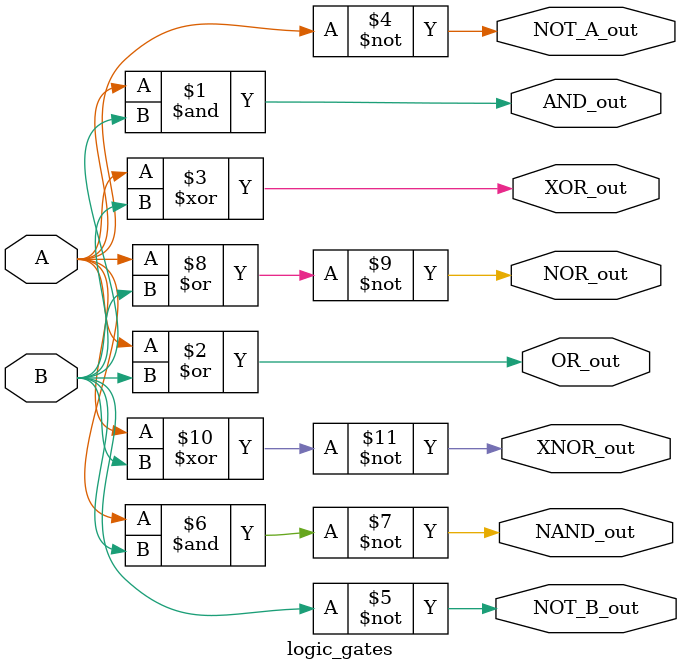
<source format=v>
module logic_gates (
    input A, B,
    output AND_out, OR_out, XOR_out, NOT_A_out, NOT_B_out, NAND_out, NOR_out, XNOR_out
);

    assign AND_out = A & B;
    assign OR_out = A | B;
    assign XOR_out = A ^ B;
    assign NOT_A_out = ~A;
    assign NOT_B_out = ~B;
    assign NAND_out = ~(A & B);
    assign NOR_out = ~(A | B);
    assign XNOR_out = ~(A ^ B);

endmodule

</source>
